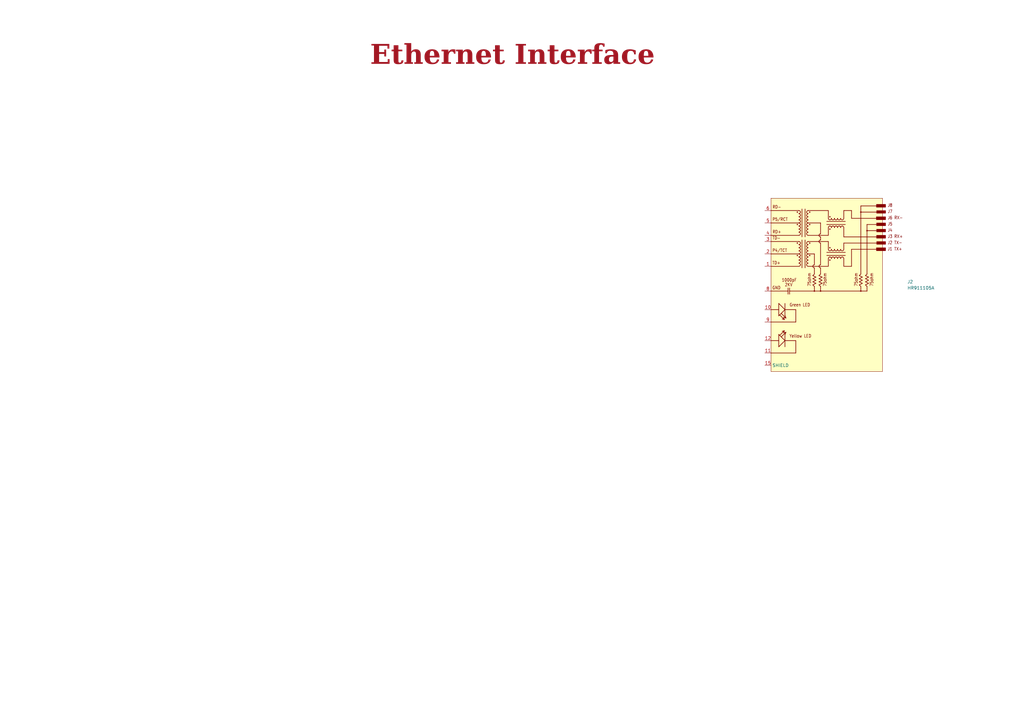
<source format=kicad_sch>
(kicad_sch (version 20250114) (generator "eeschema") (generator_version "9.0")
  (paper "A3")
  (title_block (title "Ethernet Interface") (date "2026-02-05") (rev "1.0.0") (company "DvidMakesThings"))
  (lib_symbols
    (symbol "DS_Connector:HR911105A"
      (property "Reference" "J" (at -1.524 37.084 0))
      (property "Value" "HR911105A" (at -3.302 -37.592 0))
      (symbol "HR911105A_1_0"
        (polyline (pts (xy -22.86 20.32) (xy -11.43 20.32)) (stroke (width 0.254)))
        (polyline (pts (xy -22.86 12.7) (xy -11.43 12.7)) (stroke (width 0.254)))
        (polyline (pts (xy -22.86 -15.24) (xy -12.7 -15.24)) (stroke (width 0.254)))
        (polyline (pts (xy -22.86 -27.94) (xy -12.7 -27.94)) (stroke (width 0.254)))
        (polyline (pts (xy -19.685 -7.62) (xy -17.145 -10.16)) (stroke (width 0.254)))
        (polyline (pts (xy -19.685 -10.16) (xy -22.86 -10.16)) (stroke (width 0.254)))
        (polyline (pts (xy -19.685 -10.16) (xy -19.685 -7.62)) (stroke (width 0.254)))
        (polyline (pts (xy -19.685 -12.7) (xy -19.685 -10.16)) (stroke (width 0.254)))
        (polyline (pts (xy -19.685 -20.32) (xy -19.685 -22.86)) (stroke (width 0.254)))
        (polyline (pts (xy -19.685 -22.86) (xy -22.86 -22.86)) (stroke (width 0.254)))
        (polyline (pts (xy -19.685 -22.86) (xy -19.685 -25.4)) (stroke (width 0.254)))
        (polyline (pts (xy -19.685 -25.4) (xy -17.145 -22.86)) (stroke (width 0.254)))
        (polyline (pts (xy -19.304 -12.319) (xy -19.685 -12.7)) (stroke (width 0.254)))
        (polyline (pts (xy -19.304 -12.319) (xy -17.399 -14.224)) (stroke (width 0.254)))
        (polyline (pts (xy -19.304 -20.701) (xy -19.685 -20.32)) (stroke (width 0.254)))
        (polyline (pts (xy -19.304 -20.701) (xy -17.399 -18.796)) (stroke (width 0.254)))
        (polyline (pts (xy -18.669 -11.684) (xy -19.304 -12.319)) (stroke (width 0.254)))
        (polyline (pts (xy -18.669 -11.684) (xy -16.764 -13.589)) (stroke (width 0.254)))
        (polyline (pts (xy -18.669 -21.336) (xy -19.304 -20.701)) (stroke (width 0.254)))
        (polyline (pts (xy -18.669 -21.336) (xy -16.764 -19.431)) (stroke (width 0.254)))
        (polyline (pts (xy -17.399 -14.224) (xy -18.288 -13.97)) (stroke (width 0.254)))
        (polyline (pts (xy -17.399 -14.224) (xy -17.653 -13.335)) (stroke (width 0.254)))
        (polyline (pts (xy -17.399 -18.796) (xy -18.288 -19.05)) (stroke (width 0.254)))
        (polyline (pts (xy -17.399 -18.796) (xy -17.653 -19.685)) (stroke (width 0.254)))
        (polyline (pts (xy -17.145 -10.16) (xy -18.669 -11.684)) (stroke (width 0.254)))
        (polyline (pts (xy -17.145 -10.16) (xy -17.145 -7.62)) (stroke (width 0.254)))
        (polyline (pts (xy -17.145 -10.16) (xy -12.7 -10.16)) (stroke (width 0.254)))
        (polyline (pts (xy -17.145 -12.7) (xy -17.145 -10.16)) (stroke (width 0.254)))
        (polyline (pts (xy -17.145 -20.32) (xy -17.145 -22.86)) (stroke (width 0.254)))
        (polyline (pts (xy -17.145 -22.86) (xy -18.669 -21.336)) (stroke (width 0.254)))
        (polyline (pts (xy -17.145 -22.86) (xy -17.145 -25.4)) (stroke (width 0.254)))
        (polyline (pts (xy -17.145 -22.86) (xy -12.7 -22.86)) (stroke (width 0.254)))
        (polyline (pts (xy -16.764 -13.589) (xy -17.653 -13.335)) (stroke (width 0.254)))
        (polyline (pts (xy -16.764 -13.589) (xy -17.018 -12.7)) (stroke (width 0.254)))
        (polyline (pts (xy -16.764 -19.431) (xy -17.653 -19.685)) (stroke (width 0.254)))
        (polyline (pts (xy -16.764 -19.431) (xy -17.018 -20.32)) (stroke (width 0.254)))
        (polyline (pts (xy -15.875 -1.27) (xy -15.875 -2.54)) (stroke (width 0.254)))
        (polyline (pts (xy -15.875 -2.54) (xy -22.86 -2.54)) (stroke (width 0.254)))
        (polyline (pts (xy -15.875 -2.54) (xy -15.875 -3.81)) (stroke (width 0.254)))
        (polyline (pts (xy -15.24 -2.54) (xy -15.24 -1.27)) (stroke (width 0.254)))
        (polyline (pts (xy -15.24 -2.54) (xy -15.24 -3.81)) (stroke (width 0.254)))
        (polyline (pts (xy -12.7 -15.24) (xy -12.7 -10.16)) (stroke (width 0.254)))
        (polyline (pts (xy -12.7 -27.94) (xy -12.7 -22.86)) (stroke (width 0.254)))
        (circle (center -12.065 29.845) (radius 0.1524) (stroke (width 0.254)))
        (circle (center -12.065 24.765) (radius 0.1524) (stroke (width 0.254)))
        (circle (center -12.065 17.145) (radius 0.1524) (stroke (width 0.254)))
        (circle (center -12.065 12.065) (radius 0.1524) (stroke (width 0.254)))
        (arc (start -10.795 22.2249) (mid -11.0274 21.8224) (end -11.43 21.59) (stroke (width 0.254)))
        (arc (start -10.795 9.5249) (mid -11.0274 9.1224) (end -11.43 8.89) (stroke (width 0.254)))
        (polyline (pts (xy -11.43 30.48) (xy -22.86 30.48)) (stroke (width 0.254)))
        (arc (start -11.43 30.48) (mid -10.981 30.294) (end -10.795 29.845) (stroke (width 0.254)))
        (arc (start -10.795 29.845) (mid -10.981 29.396) (end -11.43 29.21) (stroke (width 0.254)))
        (arc (start -11.43 29.21) (mid -10.981 29.024) (end -10.795 28.575) (stroke (width 0.254)))
        (arc (start -10.795 28.575) (mid -10.981 28.126) (end -11.43 27.94) (stroke (width 0.254)))
        (arc (start -11.43 27.94) (mid -10.981 27.754) (end -10.795 27.305) (stroke (width 0.254)))
        (arc (start -10.795 27.305) (mid -10.981 26.856) (end -11.43 26.67) (stroke (width 0.254)))
        (arc (start -11.43 26.67) (mid -10.981 26.484) (end -10.795 26.035) (stroke (width 0.254)))
        (arc (start -10.795 26.035) (mid -10.981 25.586) (end -11.43 25.4) (stroke (width 0.254)))
        (polyline (pts (xy -11.43 25.4) (xy -22.86 25.4)) (stroke (width 0.254)))
        (arc (start -11.43 25.4) (mid -10.981 25.214) (end -10.795 24.765) (stroke (width 0.254)))
        (arc (start -10.795 24.765) (mid -10.981 24.316) (end -11.43 24.13) (stroke (width 0.254)))
        (arc (start -11.43 24.13) (mid -10.981 23.944) (end -10.795 23.495) (stroke (width 0.254)))
        (arc (start -10.795 23.495) (mid -10.981 23.046) (end -11.43 22.86) (stroke (width 0.254)))
        (arc (start -11.43 22.86) (mid -10.981 22.674) (end -10.795 22.225) (stroke (width 0.254)))
        (arc (start -11.43 21.59) (mid -10.981 21.404) (end -10.795 20.955) (stroke (width 0.254)))
        (arc (start -10.795 20.955) (mid -10.981 20.506) (end -11.43 20.32) (stroke (width 0.254)))
        (polyline (pts (xy -11.43 17.78) (xy -22.86 17.78)) (stroke (width 0.254)))
        (arc (start -11.43 17.78) (mid -10.981 17.594) (end -10.795 17.145) (stroke (width 0.254)))
        (arc (start -10.795 17.145) (mid -10.981 16.696) (end -11.43 16.51) (stroke (width 0.254)))
        (arc (start -11.43 16.51) (mid -10.981 16.324) (end -10.795 15.875) (stroke (width 0.254)))
        (arc (start -10.795 15.875) (mid -10.981 15.426) (end -11.43 15.24) (stroke (width 0.254)))
        (arc (start -11.43 15.24) (mid -10.981 15.054) (end -10.795 14.605) (stroke (width 0.254)))
        (arc (start -10.795 14.605) (mid -10.981 14.156) (end -11.43 13.97) (stroke (width 0.254)))
        (arc (start -11.43 13.97) (mid -10.981 13.784) (end -10.795 13.335) (stroke (width 0.254)))
        (arc (start -10.795 13.335) (mid -10.981 12.886) (end -11.43 12.7) (stroke (width 0.254)))
        (arc (start -11.43 12.7) (mid -10.981 12.514) (end -10.795 12.065) (stroke (width 0.254)))
        (arc (start -10.795 12.065) (mid -10.981 11.616) (end -11.43 11.43) (stroke (width 0.254)))
        (arc (start -11.43 11.43) (mid -10.981 11.244) (end -10.795 10.795) (stroke (width 0.254)))
        (arc (start -10.795 10.795) (mid -10.981 10.346) (end -11.43 10.16) (stroke (width 0.254)))
        (arc (start -11.43 10.16) (mid -10.981 9.974) (end -10.795 9.525) (stroke (width 0.254)))
        (arc (start -11.43 8.89) (mid -10.981 8.704) (end -10.795 8.255) (stroke (width 0.254)))
        (arc (start -10.795 8.255) (mid -10.981 7.806) (end -11.43 7.62) (stroke (width 0.254)))
        (polyline (pts (xy -11.43 7.62) (xy -22.86 7.62)) (stroke (width 0.254)))
        (polyline (pts (xy -10.16 31.115) (xy -10.16 19.685)) (stroke (width 0.254)))
        (polyline (pts (xy -10.16 18.415) (xy -10.16 6.985)) (stroke (width 0.254)))
        (polyline (pts (xy -8.89 31.115) (xy -8.89 19.685)) (stroke (width 0.254)))
        (polyline (pts (xy -8.89 18.415) (xy -8.89 6.985)) (stroke (width 0.254)))
        (arc (start -8.255 29.845) (mid -8.069 30.294) (end -7.62 30.48) (stroke (width 0.254)))
        (arc (start -7.62 29.21) (mid -8.069 29.396) (end -8.255 29.845) (stroke (width 0.254)))
        (arc (start -7.62 27.94) (mid -8.069 28.126) (end -8.255 28.575) (stroke (width 0.254)))
        (arc (start -8.255 27.305) (mid -8.069 27.754) (end -7.62 27.94) (stroke (width 0.254)))
        (arc (start -7.62 26.67) (mid -8.069 26.856) (end -8.255 27.305) (stroke (width 0.254)))
        (arc (start -8.255 26.035) (mid -8.069 26.484) (end -7.62 26.67) (stroke (width 0.254)))
        (arc (start -7.62 25.4) (mid -8.069 25.586) (end -8.255 26.035) (stroke (width 0.254)))
        (polyline (pts (xy -7.62 25.4) (xy -2.54 25.4)) (stroke (width 0.254)))
        (arc (start -8.255 24.765) (mid -8.069 25.214) (end -7.62 25.4) (stroke (width 0.254)))
        (arc (start -7.62 24.13) (mid -8.069 24.316) (end -8.255 24.765) (stroke (width 0.254)))
        (arc (start -8.255 23.495) (mid -8.069 23.944) (end -7.62 24.13) (stroke (width 0.254)))
        (arc (start -7.62 22.86) (mid -8.069 23.046) (end -8.255 23.495) (stroke (width 0.254)))
        (arc (start -8.255 22.225) (mid -8.069 22.674) (end -7.62 22.86) (stroke (width 0.254)))
        (arc (start -7.62 21.59) (mid -8.069 21.776) (end -8.255 22.225) (stroke (width 0.254)))
        (arc (start -8.255 20.955) (mid -8.069 21.404) (end -7.62 21.59) (stroke (width 0.254)))
        (arc (start -7.62 20.32) (mid -8.069 20.506) (end -8.255 20.955) (stroke (width 0.254)))
        (polyline (pts (xy -7.62 20.32) (xy -3.175 20.32)) (stroke (width 0.254)))
        (arc (start -8.255 17.145) (mid -8.069 17.594) (end -7.62 17.78) (stroke (width 0.254)))
        (arc (start -7.62 16.51) (mid -8.069 16.696) (end -8.255 17.145) (stroke (width 0.254)))
        (arc (start -7.62 15.24) (mid -8.069 15.426) (end -8.255 15.875) (stroke (width 0.254)))
        (arc (start -8.255 14.605) (mid -8.069 15.054) (end -7.62 15.24) (stroke (width 0.254)))
        (arc (start -7.62 13.97) (mid -8.069 14.156) (end -8.255 14.605) (stroke (width 0.254)))
        (arc (start -8.255 13.335) (mid -8.069 13.784) (end -7.62 13.97) (stroke (width 0.254)))
        (arc (start -7.62 12.7) (mid -8.069 12.886) (end -8.255 13.335) (stroke (width 0.254)))
        (arc (start -8.255 12.065) (mid -8.069 12.514) (end -7.62 12.7) (stroke (width 0.254)))
        (arc (start -7.62 11.43) (mid -8.069 11.616) (end -8.255 12.065) (stroke (width 0.254)))
        (arc (start -8.255 10.795) (mid -8.069 11.244) (end -7.62 11.43) (stroke (width 0.254)))
        (arc (start -7.62 10.16) (mid -8.069 10.346) (end -8.255 10.795) (stroke (width 0.254)))
        (arc (start -8.255 9.525) (mid -8.069 9.974) (end -7.62 10.16) (stroke (width 0.254)))
        (arc (start -7.62 8.89) (mid -8.069 9.076) (end -8.255 9.525) (stroke (width 0.254)))
        (arc (start -8.255 8.255) (mid -8.069 8.704) (end -7.62 8.89) (stroke (width 0.254)))
        (arc (start -7.62 7.62) (mid -8.069 7.806) (end -8.255 8.255) (stroke (width 0.254)))
        (polyline (pts (xy -7.62 7.62) (xy -5.715 7.62)) (stroke (width 0.254)))
        (arc (start -8.255 28.575) (mid -8.0226 28.9776) (end -7.62 29.21) (stroke (width 0.254)))
        (arc (start -8.255 15.875) (mid -8.0226 16.2776) (end -7.62 16.51) (stroke (width 0.254)))
        (circle (center -6.985 29.845) (radius 0.1524) (stroke (width 0.254)))
        (circle (center -6.985 24.765) (radius 0.1524) (stroke (width 0.254)))
        (circle (center -6.985 17.145) (radius 0.1524) (stroke (width 0.254)))
        (circle (center -6.985 12.065) (radius 0.1524) (stroke (width 0.254)))
        (polyline (pts (xy -5.715 7.62) (xy -3.175 7.62)) (stroke (width 0.254)))
        (polyline (pts (xy -5.715 3.81) (xy -4.445 3.175)) (stroke (width 0.254)))
        (polyline (pts (xy -5.715 2.54) (xy -4.445 1.905)) (stroke (width 0.254)))
        (polyline (pts (xy -5.715 1.27) (xy -4.445 0.635)) (stroke (width 0.254)))
        (polyline (pts (xy -5.715 0) (xy -5.08 -0.635)) (stroke (width 0.254)))
        (polyline (pts (xy -5.08 12.7) (xy -7.62 12.7)) (stroke (width 0.254)))
        (polyline (pts (xy -5.08 8.255) (xy -5.08 12.7)) (stroke (width 0.254)))
        (arc (start -5.715 7.62) (mid -5.529 8.069) (end -5.08 8.255) (stroke (width 0.254)))
        (arc (start -5.08 6.985) (mid -5.529 7.171) (end -5.715 7.62) (stroke (width 0.254)))
        (polyline (pts (xy -5.08 6.985) (xy -5.08 4.445)) (stroke (width 0.254)))
        (polyline (pts (xy -5.08 4.445) (xy -5.715 3.81)) (stroke (width 0.254)))
        (polyline (pts (xy -5.08 -0.635) (xy -5.08 -2.54)) (stroke (width 0.254)))
        (circle (center -5.08 -2.54) (radius 0.1778) (stroke (width 0.254)))
        (polyline (pts (xy -5.08 -2.54) (xy -15.24 -2.54)) (stroke (width 0.254)))
        (polyline (pts (xy -4.445 3.175) (xy -5.715 2.54)) (stroke (width 0.254)))
        (polyline (pts (xy -4.445 1.905) (xy -5.715 1.27)) (stroke (width 0.254)))
        (polyline (pts (xy -4.445 0.635) (xy -5.715 0)) (stroke (width 0.254)))
        (polyline (pts (xy -3.175 20.32) (xy 0.635 20.32)) (stroke (width 0.254)))
        (polyline (pts (xy -3.175 17.78) (xy -7.62 17.78)) (stroke (width 0.254)))
        (polyline (pts (xy -3.175 7.62) (xy 0.635 7.62)) (stroke (width 0.254)))
        (polyline (pts (xy -3.175 3.81) (xy -1.905 3.175)) (stroke (width 0.254)))
        (polyline (pts (xy -3.175 2.54) (xy -1.905 1.905)) (stroke (width 0.254)))
        (polyline (pts (xy -3.175 1.27) (xy -1.905 0.635)) (stroke (width 0.254)))
        (polyline (pts (xy -3.175 0) (xy -2.54 -0.635)) (stroke (width 0.254)))
        (polyline (pts (xy -2.54 25.4) (xy -2.54 20.955)) (stroke (width 0.254)))
        (arc (start -3.175 20.32) (mid -2.989 20.769) (end -2.54 20.955) (stroke (width 0.254)))
        (arc (start -2.54 19.685) (mid -2.989 19.871) (end -3.175 20.32) (stroke (width 0.254)))
        (polyline (pts (xy -2.54 19.685) (xy -2.54 18.415)) (stroke (width 0.254)))
        (arc (start -3.175 17.78) (mid -2.989 18.229) (end -2.54 18.415) (stroke (width 0.254)))
        (arc (start -2.54 17.145) (mid -2.989 17.331) (end -3.175 17.78) (stroke (width 0.254)))
        (polyline (pts (xy -2.54 17.145) (xy -2.54 8.255)) (stroke (width 0.254)))
        (arc (start -3.175 7.62) (mid -2.989 8.069) (end -2.54 8.255) (stroke (width 0.254)))
        (arc (start -2.54 6.985) (mid -2.989 7.171) (end -3.175 7.62) (stroke (width 0.254)))
        (polyline (pts (xy -2.54 6.985) (xy -2.54 4.445)) (stroke (width 0.254)))
        (polyline (pts (xy -2.54 4.445) (xy -3.175 3.81)) (stroke (width 0.254)))
        (polyline (pts (xy -2.54 -0.635) (xy -2.54 -2.54)) (stroke (width 0.254)))
        (circle (center -2.54 -2.54) (radius 0.1778) (stroke (width 0.254)))
        (polyline (pts (xy -1.905 3.175) (xy -3.175 2.54)) (stroke (width 0.254)))
        (polyline (pts (xy -1.905 1.905) (xy -3.175 1.27)) (stroke (width 0.254)))
        (polyline (pts (xy -1.905 0.635) (xy -3.175 0)) (stroke (width 0.254)))
        (polyline (pts (xy 0 26.035) (xy 7.62 26.035)) (stroke (width 0.254)))
        (polyline (pts (xy 0 24.765) (xy 7.62 24.765)) (stroke (width 0.254)))
        (polyline (pts (xy 0 13.335) (xy 7.62 13.335)) (stroke (width 0.254)))
        (polyline (pts (xy 0 12.065) (xy 7.62 12.065)) (stroke (width 0.254)))
        (polyline (pts (xy 0.635 30.48) (xy -7.62 30.48)) (stroke (width 0.254)))
        (polyline (pts (xy 0.635 27.305) (xy 0.635 30.48)) (stroke (width 0.254)))
        (polyline (pts (xy 0.635 20.32) (xy 0.635 23.495)) (stroke (width 0.254)))
        (polyline (pts (xy 0.635 17.78) (xy -3.175 17.78)) (stroke (width 0.254)))
        (polyline (pts (xy 0.635 14.605) (xy 0.635 17.78)) (stroke (width 0.254)))
        (polyline (pts (xy 0.635 7.62) (xy 0.635 10.795)) (stroke (width 0.254)))
        (circle (center 1.27 27.94) (radius 0.1524) (stroke (width 0.254)))
        (arc (start 1.27 26.67) (mid 0.821 26.856) (end 0.635 27.305) (stroke (width 0.254)))
        (arc (start 1.905 27.305) (mid 1.719 26.856) (end 1.27 26.67) (stroke (width 0.254)))
        (arc (start 0.635 23.495) (mid 0.821 23.944) (end 1.27 24.13) (stroke (width 0.254)))
        (arc (start 1.27 24.13) (mid 1.719 23.944) (end 1.905 23.495) (stroke (width 0.254)))
        (circle (center 1.27 22.86) (radius 0.1524) (stroke (width 0.254)))
        (circle (center 1.27 15.24) (radius 0.1524) (stroke (width 0.254)))
        (arc (start 1.27 13.97) (mid 0.821 14.156) (end 0.635 14.605) (stroke (width 0.254)))
        (arc (start 1.905 14.605) (mid 1.719 14.156) (end 1.27 13.97) (stroke (width 0.254)))
        (arc (start 0.635 10.795) (mid 0.821 11.244) (end 1.27 11.43) (stroke (width 0.254)))
        (arc (start 1.27 11.43) (mid 1.719 11.244) (end 1.905 10.795) (stroke (width 0.254)))
        (circle (center 1.27 10.16) (radius 0.1524) (stroke (width 0.254)))
        (arc (start 2.54 26.67) (mid 2.091 26.856) (end 1.905 27.305) (stroke (width 0.254)))
        (arc (start 3.175 27.305) (mid 2.989 26.856) (end 2.54 26.67) (stroke (width 0.254)))
        (arc (start 1.905 23.495) (mid 2.091 23.944) (end 2.54 24.13) (stroke (width 0.254)))
        (arc (start 2.54 24.13) (mid 2.989 23.944) (end 3.175 23.495) (stroke (width 0.254)))
        (arc (start 2.54 13.97) (mid 2.091 14.156) (end 1.905 14.605) (stroke (width 0.254)))
        (arc (start 3.175 14.605) (mid 2.989 14.156) (end 2.54 13.97) (stroke (width 0.254)))
        (arc (start 1.905 10.795) (mid 2.091 11.244) (end 2.54 11.43) (stroke (width 0.254)))
        (arc (start 2.54 11.43) (mid 2.989 11.244) (end 3.175 10.795) (stroke (width 0.254)))
        (arc (start 3.81 26.67) (mid 3.361 26.856) (end 3.175 27.305) (stroke (width 0.254)))
        (arc (start 4.445 27.305) (mid 4.259 26.856) (end 3.81 26.67) (stroke (width 0.254)))
        (arc (start 3.175 23.495) (mid 3.361 23.944) (end 3.81 24.13) (stroke (width 0.254)))
        (arc (start 3.81 24.13) (mid 4.259 23.944) (end 4.445 23.495) (stroke (width 0.254)))
        (arc (start 3.81 13.97) (mid 3.361 14.156) (end 3.175 14.605) (stroke (width 0.254)))
        (arc (start 4.445 14.605) (mid 4.259 14.156) (end 3.81 13.97) (stroke (width 0.254)))
        (arc (start 3.175 10.795) (mid 3.361 11.244) (end 3.81 11.43) (stroke (width 0.254)))
        (arc (start 3.81 11.43) (mid 4.259 11.244) (end 4.445 10.795) (stroke (width 0.254)))
        (arc (start 5.08 26.67) (mid 4.631 26.856) (end 4.445 27.305) (stroke (width 0.254)))
        (arc (start 5.715 27.305) (mid 5.529 26.856) (end 5.08 26.67) (stroke (width 0.254)))
        (arc (start 4.445 23.495) (mid 4.631 23.944) (end 5.08 24.13) (stroke (width 0.254)))
        (arc (start 5.08 24.13) (mid 5.529 23.944) (end 5.715 23.495) (stroke (width 0.254)))
        (arc (start 5.08 13.97) (mid 4.631 14.156) (end 4.445 14.605) (stroke (width 0.254)))
        (arc (start 5.715 14.605) (mid 5.529 14.156) (end 5.08 13.97) (stroke (width 0.254)))
        (arc (start 4.445 10.795) (mid 4.631 11.244) (end 5.08 11.43) (stroke (width 0.254)))
        (arc (start 5.08 11.43) (mid 5.529 11.244) (end 5.715 10.795) (stroke (width 0.254)))
        (arc (start 6.35 26.67) (mid 5.901 26.856) (end 5.715 27.305) (stroke (width 0.254)))
        (arc (start 6.985 27.305) (mid 6.799 26.856) (end 6.35 26.67) (stroke (width 0.254)))
        (arc (start 5.715 23.495) (mid 5.901 23.944) (end 6.35 24.13) (stroke (width 0.254)))
        (arc (start 6.35 24.13) (mid 6.799 23.944) (end 6.985 23.495) (stroke (width 0.254)))
        (arc (start 6.35 13.97) (mid 5.901 14.156) (end 5.715 14.605) (stroke (width 0.254)))
        (arc (start 6.985 14.605) (mid 6.799 14.156) (end 6.35 13.97) (stroke (width 0.254)))
        (arc (start 5.715 10.795) (mid 5.901 11.244) (end 6.35 11.43) (stroke (width 0.254)))
        (arc (start 6.35 11.43) (mid 6.799 11.244) (end 6.985 10.795) (stroke (width 0.254)))
        (polyline (pts (xy 6.985 30.48) (xy 6.985 27.305)) (stroke (width 0.254)))
        (polyline (pts (xy 6.985 23.495) (xy 6.985 19.685)) (stroke (width 0.254)))
        (polyline (pts (xy 6.985 17.145) (xy 6.985 14.605)) (stroke (width 0.254)))
        (polyline (pts (xy 6.985 10.795) (xy 6.985 7.62)) (stroke (width 0.254)))
        (polyline (pts (xy 10.16 30.48) (xy 6.985 30.48)) (stroke (width 0.254)))
        (polyline (pts (xy 10.16 27.305) (xy 10.16 30.48)) (stroke (width 0.254)))
        (polyline (pts (xy 10.16 14.605) (xy 10.16 7.62)) (stroke (width 0.254)))
        (polyline (pts (xy 10.16 7.62) (xy 6.985 7.62)) (stroke (width 0.254)))
        (polyline (pts (xy 13.335 3.81) (xy 14.605 3.175)) (stroke (width 0.254)))
        (polyline (pts (xy 13.335 2.54) (xy 14.605 1.905)) (stroke (width 0.254)))
        (polyline (pts (xy 13.335 1.27) (xy 14.605 0.635)) (stroke (width 0.254)))
        (polyline (pts (xy 13.335 0) (xy 13.97 -0.635)) (stroke (width 0.254)))
        (polyline (pts (xy 13.97 32.385) (xy 13.97 29.845)) (stroke (width 0.254)))
        (polyline (pts (xy 13.97 29.845) (xy 13.97 4.445)) (stroke (width 0.254)))
        (polyline (pts (xy 13.97 29.845) (xy 20.955 29.845)) (stroke (width 0.254)))
        (circle (center 13.97 29.845) (radius 0.1796) (stroke (width 0.254)))
        (polyline (pts (xy 13.97 4.445) (xy 13.335 3.81)) (stroke (width 0.254)))
        (polyline (pts (xy 13.97 -0.635) (xy 13.97 -2.54)) (stroke (width 0.254)))
        (circle (center 13.97 -2.54) (radius 0.1778) (stroke (width 0.254)))
        (polyline (pts (xy 14.605 3.175) (xy 13.335 2.54)) (stroke (width 0.254)))
        (polyline (pts (xy 14.605 1.905) (xy 13.335 1.27)) (stroke (width 0.254)))
        (polyline (pts (xy 14.605 0.635) (xy 13.335 0)) (stroke (width 0.254)))
        (polyline (pts (xy 15.875 3.81) (xy 17.145 3.175)) (stroke (width 0.254)))
        (polyline (pts (xy 15.875 2.54) (xy 17.145 1.905)) (stroke (width 0.254)))
        (polyline (pts (xy 15.875 1.27) (xy 17.145 0.635)) (stroke (width 0.254)))
        (polyline (pts (xy 15.875 0) (xy 16.51 -0.635)) (stroke (width 0.254)))
        (polyline (pts (xy 16.51 24.765) (xy 16.51 22.225)) (stroke (width 0.254)))
        (polyline (pts (xy 16.51 22.225) (xy 16.51 4.445)) (stroke (width 0.254)))
        (polyline (pts (xy 16.51 22.225) (xy 20.955 22.225)) (stroke (width 0.254)))
        (circle (center 16.51 22.225) (radius 0.1796) (stroke (width 0.254)))
        (polyline (pts (xy 16.51 4.445) (xy 15.875 3.81)) (stroke (width 0.254)))
        (polyline (pts (xy 16.51 -0.635) (xy 16.51 -2.54)) (stroke (width 0.254)))
        (polyline (pts (xy 16.51 -2.54) (xy -5.08 -2.54)) (stroke (width 0.254)))
        (polyline (pts (xy 17.145 3.175) (xy 15.875 2.54)) (stroke (width 0.254)))
        (polyline (pts (xy 17.145 1.905) (xy 15.875 1.27)) (stroke (width 0.254)))
        (polyline (pts (xy 17.145 0.635) (xy 15.875 0)) (stroke (width 0.254)))
        (rectangle (start 20.355 26.7109) (end 24.13 27.94) (fill (type outline)))
        (rectangle (start 20.3748 14.0035) (end 24.13 15.24) (fill (type outline)))
        (rectangle (start 20.3795 31.8326) (end 24.13 33.02) (fill (type outline)))
        (rectangle (start 20.4201 19.1332) (end 24.13 20.32) (fill (type outline)))
        (rectangle (start 20.4242 24.24) (end 24.13 25.4) (fill (type outline)))
        (rectangle (start 20.4456 21.7087) (end 24.13 22.86) (fill (type outline)))
        (rectangle (start 20.4494 29.3755) (end 24.13 30.48) (fill (type outline)))
        (rectangle (start 20.4637 16.6138) (end 24.13 17.78) (fill (type outline)))
        (polyline (pts (xy 20.955 32.385) (xy 13.97 32.385)) (stroke (width 0.254)))
        (polyline (pts (xy 20.955 27.305) (xy 10.16 27.305)) (stroke (width 0.254)))
        (polyline (pts (xy 20.955 24.765) (xy 16.51 24.765)) (stroke (width 0.254)))
        (polyline (pts (xy 20.955 19.685) (xy 6.985 19.685)) (stroke (width 0.254)))
        (polyline (pts (xy 20.955 17.145) (xy 6.985 17.145)) (stroke (width 0.254)))
        (polyline (pts (xy 20.955 14.605) (xy 10.16 14.605)) (stroke (width 0.254)))
        (text "TD+" (at -22.4095 8.302 0) (effects (font (size 1.2772 1.0856)) (justify left bottom)))
        (text "GND" (at -22.3883 -1.9146 0) (effects (font (size 1.2764 1.0849)) (justify left bottom)))
        (text "P4/TCT" (at -22.3844 13.4006 0) (effects (font (size 1.2762 1.0847)) (justify left bottom)))
        (text "P5/RCT" (at -22.3748 26.1555 0) (effects (font (size 1.2758 1.0844)) (justify left bottom)))
        (text "TD-" (at -22.3542 18.4885 0) (effects (font (size 1.275 1.0837)) (justify left bottom)))
        (text "RD-" (at -22.3387 31.2242 0) (effects (font (size 1.2744 1.0832)) (justify left bottom)))
        (text "RD+" (at -22.3335 21.0252 0) (effects (font (size 1.2742 1.083)) (justify left bottom)))
        (text "1000pF" (at -18.5009 1.2418 0) (effects (font (size 1.2759 1.0845)) (justify left bottom)))
        (text "2KV" (at -17.2312 -0.672 0) (effects (font (size 1.2763 1.0848)) (justify left bottom)))
        (text "Yellow LED" (at -15.3752 -21.705 0) (effects (font (size 1.2791 1.0872)) (justify left bottom)))
        (text "Green LED" (at -15.3319 -8.9221 0) (effects (font (size 1.2757 1.0843)) (justify left bottom)))
        (text "75ohm" (at -6.39 -0.655 900) (effects (font (size 1.278 1.0863)) (justify left bottom)))
        (text "75ohm" (at 0 -0.6674 900) (effects (font (size 1.2757 1.0843)) (justify left bottom)))
        (text "75ohm" (at 12.795 -0.6618 900) (effects (font (size 1.2779 1.0862)) (justify left bottom)))
        (text "75ohm" (at 19.1525 -0.6552 900) (effects (font (size 1.276 1.0846)) (justify left bottom)))
        (text "J1 TX+" (at 24.8991 14.0069 0) (effects (font (size 1.2765 1.085)) (justify left bottom)))
        (text "J3 RX+" (at 24.9166 19.1518 0) (effects (font (size 1.277 1.0854)) (justify left bottom)))
        (text "J2 TX-" (at 24.9171 16.5812 0) (effects (font (size 1.2772 1.0856)) (justify left bottom)))
        (text "J4" (at 24.9194 21.7053 0) (effects (font (size 1.2772 1.0856)) (justify left bottom)))
        (text "J8" (at 24.9281 31.9296 0) (effects (font (size 1.2776 1.0859)) (justify left bottom)))
        (text "J6 RX-" (at 24.9283 26.8166 0) (effects (font (size 1.2777 1.086)) (justify left bottom)))
        (text "J7" (at 24.929 29.3671 0) (effects (font (size 1.2778 1.0861)) (justify left bottom)))
        (text "J5" (at 24.9373 24.265 0) (effects (font (size 1.2781 1.0863)) (justify left bottom)))
        (pin passive line (at -25.4 30.48 0) (length 2.54) (name "RD-") (number "6"))
        (pin passive line (at -25.4 25.4 0) (length 2.54) (name "P5/RCT") (number "5"))
        (pin passive line (at -25.4 20.32 0) (length 2.54) (name "RD+") (number "4"))
        (pin passive line (at -25.4 17.78 0) (length 2.54) (name "TD-") (number "3"))
        (pin passive line (at -25.4 12.7 0) (length 2.54) (name "P4/TCT") (number "2"))
        (pin passive line (at -25.4 7.62 0) (length 2.54) (name "TD+") (number "1"))
        (pin power_in line (at -25.4 -2.54 0) (length 2.54) (name "GND") (number "8"))
        (pin passive line (at -25.4 -10.16 0) (length 2.54) (name "GREEN+") (number "10"))
        (pin passive line (at -25.4 -15.24 0) (length 2.54) (name "GREEN-") (number "9"))
        (pin passive line (at -25.4 -22.86 0) (length 2.54) (name "YELLOW+") (number "12"))
        (pin passive line (at -25.4 -27.94 0) (length 2.54) (name "YELLOW-") (number "11"))
        (pin passive line (at -25.4 -33.02 0) (length 2.54) (name "SHIELD") (number "15"))
      )
      (symbol "HR911105A_1_1"
        (rectangle (start -22.86 35.56) (end 22.86 -35.56) (fill (type color) (color 255 255 195 1)))
      )
    )
  )
  (text_box "Ethernet Interface" (at 12.7 16.51 0) (size 394.97 12.7) (margins 5.9999 5.9999 5.9999 5.9999) (stroke (width -0.0001)) (effects (font (size 8 8) (thickness 1.2) (bold yes))))
  (symbol (lib_id "DS_Connector:HR911105A") (at 339.09 116.84 0) (unit 1)
    (property "Reference" "J2" (at 372.11 115.5699 0) (effects (justify left)))
    (property "Value" "HR911105A" (at 372.11 118.1099 0) (effects (justify left)))
    (property "Footprint" "DS_Connector:100BASE_MAGJACK" (effects (hide yes)))
    (property "Datasheet" "https://core-electronics.com.au/attachments/localcontent/cc11be56d66bb63d5f1eeb85492439c0_335950a6d06.pdf" (effects (hide yes)))
    (property "Description" "1 Filtered Gold Non-PoE Phosphor bronze RJ45 Jack Right Angle Shielded With LED Plugin Ethernet Connectors / Modular Connectors (RJ45 RJ11) ROHS" (effects (hide yes)))
    (property "MPN" "HR911105A" (effects (hide yes)))
    (property "MFR" "HANRUN" (effects (hide yes)))
    (property "ROHS" "YES" (effects (hide yes)))
    (property "LCSC_PART" "C12074" (effects (hide yes)))
  )
)
</source>
